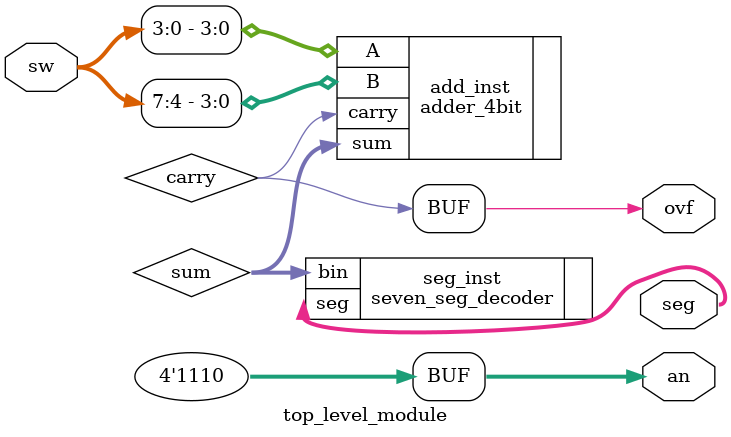
<source format=v>
`timescale 1ns / 1ps
module top_level_module(
    input [7:0] sw,        // Inputs for addition
    output [3:0] an,         // Anode control
    output [6:0] seg,         // 7-segment output
    output ovf
);
    wire [3:0] sum;
    wire carry;
    
    // Instantiate the adder
    adder_4bit add_inst(.A(sw[3:0]), .B(sw[7:4]), .sum(sum), .carry(carry));

    // Instantiate the 7-segment decoder
    seven_seg_decoder seg_inst(.bin(sum), .seg(seg));

    assign an = 4'b1110; // Enable first digit
    
    assign ovf = carry;
endmodule

</source>
